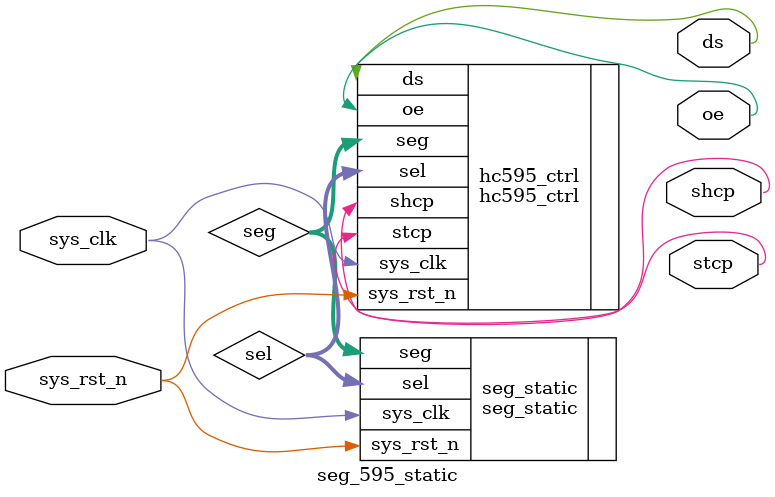
<source format=v>
module seg_595_static(
	
		input wire sys_clk,
		input wire sys_rst_n,

		output wire stcp,
		output wire shcp,
		output wire ds,
		output wire oe
		
	);



		wire [5:0] sel; //位选信号
		wire [7:0] seg; //段选信号


	seg_static seg_static(
	
	   .sys_clk(sys_clk),
	   .sys_rst_n(sys_rst_n),
	   
	   .sel(sel), //位选信号
	   .seg(seg)  //段选信号
	   
	);


	hc595_ctrl hc595_ctrl(
	
	   .sys_clk(sys_clk),
	   .sys_rst_n(sys_rst_n),
	   
	   .seg(seg),
	   .sel(sel),
	   
	   .stcp(stcp),
	   .shcp(shcp),
	   .ds(ds),
	   .oe(oe)
	   
	   
	);













	endmodule
</source>
